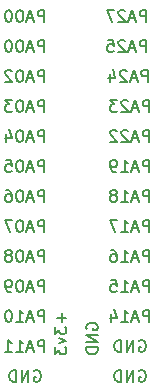
<source format=gbr>
G04 #@! TF.GenerationSoftware,KiCad,Pcbnew,5.0.0-rc3-6a2723a~65~ubuntu18.04.1*
G04 #@! TF.CreationDate,2018-07-16T03:01:28+02:00*
G04 #@! TF.ProjectId,securisam,73656375726973616D2E6B696361645F,rev?*
G04 #@! TF.SameCoordinates,Original*
G04 #@! TF.FileFunction,Legend,Bot*
G04 #@! TF.FilePolarity,Positive*
%FSLAX46Y46*%
G04 Gerber Fmt 4.6, Leading zero omitted, Abs format (unit mm)*
G04 Created by KiCad (PCBNEW 5.0.0-rc3-6a2723a~65~ubuntu18.04.1) date Mon Jul 16 03:01:28 2018*
%MOMM*%
%LPD*%
G01*
G04 APERTURE LIST*
%ADD10C,0.150000*%
G04 APERTURE END LIST*
D10*
X108021428Y-121634571D02*
X108021428Y-122396476D01*
X108402380Y-122015523D02*
X107640476Y-122015523D01*
X107402380Y-122777428D02*
X107402380Y-123396476D01*
X107783333Y-123063142D01*
X107783333Y-123205999D01*
X107830952Y-123301237D01*
X107878571Y-123348857D01*
X107973809Y-123396476D01*
X108211904Y-123396476D01*
X108307142Y-123348857D01*
X108354761Y-123301237D01*
X108402380Y-123205999D01*
X108402380Y-122920285D01*
X108354761Y-122825047D01*
X108307142Y-122777428D01*
X107735714Y-123729809D02*
X108402380Y-123967904D01*
X107735714Y-124205999D01*
X107402380Y-124491714D02*
X107402380Y-125110761D01*
X107783333Y-124777428D01*
X107783333Y-124920285D01*
X107830952Y-125015523D01*
X107878571Y-125063142D01*
X107973809Y-125110761D01*
X108211904Y-125110761D01*
X108307142Y-125063142D01*
X108354761Y-125015523D01*
X108402380Y-124920285D01*
X108402380Y-124634571D01*
X108354761Y-124539333D01*
X108307142Y-124491714D01*
X110117000Y-123015524D02*
X110069380Y-122920286D01*
X110069380Y-122777429D01*
X110117000Y-122634571D01*
X110212238Y-122539333D01*
X110307476Y-122491714D01*
X110497952Y-122444095D01*
X110640809Y-122444095D01*
X110831285Y-122491714D01*
X110926523Y-122539333D01*
X111021761Y-122634571D01*
X111069380Y-122777429D01*
X111069380Y-122872667D01*
X111021761Y-123015524D01*
X110974142Y-123063143D01*
X110640809Y-123063143D01*
X110640809Y-122872667D01*
X111069380Y-123491714D02*
X110069380Y-123491714D01*
X111069380Y-124063143D01*
X110069380Y-124063143D01*
X111069380Y-124539333D02*
X110069380Y-124539333D01*
X110069380Y-124777429D01*
X110117000Y-124920286D01*
X110212238Y-125015524D01*
X110307476Y-125063143D01*
X110497952Y-125110762D01*
X110640809Y-125110762D01*
X110831285Y-125063143D01*
X110926523Y-125015524D01*
X111021761Y-124920286D01*
X111069380Y-124777429D01*
X111069380Y-124539333D01*
X105663904Y-126500000D02*
X105759142Y-126452380D01*
X105902000Y-126452380D01*
X106044857Y-126500000D01*
X106140095Y-126595238D01*
X106187714Y-126690476D01*
X106235333Y-126880952D01*
X106235333Y-127023809D01*
X106187714Y-127214285D01*
X106140095Y-127309523D01*
X106044857Y-127404761D01*
X105902000Y-127452380D01*
X105806761Y-127452380D01*
X105663904Y-127404761D01*
X105616285Y-127357142D01*
X105616285Y-127023809D01*
X105806761Y-127023809D01*
X105187714Y-127452380D02*
X105187714Y-126452380D01*
X104616285Y-127452380D01*
X104616285Y-126452380D01*
X104140095Y-127452380D02*
X104140095Y-126452380D01*
X103902000Y-126452380D01*
X103759142Y-126500000D01*
X103663904Y-126595238D01*
X103616285Y-126690476D01*
X103568666Y-126880952D01*
X103568666Y-127023809D01*
X103616285Y-127214285D01*
X103663904Y-127309523D01*
X103759142Y-127404761D01*
X103902000Y-127452380D01*
X104140095Y-127452380D01*
X106544857Y-124912380D02*
X106544857Y-123912380D01*
X106163904Y-123912380D01*
X106068666Y-123960000D01*
X106021047Y-124007619D01*
X105973428Y-124102857D01*
X105973428Y-124245714D01*
X106021047Y-124340952D01*
X106068666Y-124388571D01*
X106163904Y-124436190D01*
X106544857Y-124436190D01*
X105592476Y-124626666D02*
X105116285Y-124626666D01*
X105687714Y-124912380D02*
X105354380Y-123912380D01*
X105021047Y-124912380D01*
X104163904Y-124912380D02*
X104735333Y-124912380D01*
X104449619Y-124912380D02*
X104449619Y-123912380D01*
X104544857Y-124055238D01*
X104640095Y-124150476D01*
X104735333Y-124198095D01*
X103211523Y-124912380D02*
X103782952Y-124912380D01*
X103497238Y-124912380D02*
X103497238Y-123912380D01*
X103592476Y-124055238D01*
X103687714Y-124150476D01*
X103782952Y-124198095D01*
X106544857Y-122372380D02*
X106544857Y-121372380D01*
X106163904Y-121372380D01*
X106068666Y-121420000D01*
X106021047Y-121467619D01*
X105973428Y-121562857D01*
X105973428Y-121705714D01*
X106021047Y-121800952D01*
X106068666Y-121848571D01*
X106163904Y-121896190D01*
X106544857Y-121896190D01*
X105592476Y-122086666D02*
X105116285Y-122086666D01*
X105687714Y-122372380D02*
X105354380Y-121372380D01*
X105021047Y-122372380D01*
X104163904Y-122372380D02*
X104735333Y-122372380D01*
X104449619Y-122372380D02*
X104449619Y-121372380D01*
X104544857Y-121515238D01*
X104640095Y-121610476D01*
X104735333Y-121658095D01*
X103544857Y-121372380D02*
X103449619Y-121372380D01*
X103354380Y-121420000D01*
X103306761Y-121467619D01*
X103259142Y-121562857D01*
X103211523Y-121753333D01*
X103211523Y-121991428D01*
X103259142Y-122181904D01*
X103306761Y-122277142D01*
X103354380Y-122324761D01*
X103449619Y-122372380D01*
X103544857Y-122372380D01*
X103640095Y-122324761D01*
X103687714Y-122277142D01*
X103735333Y-122181904D01*
X103782952Y-121991428D01*
X103782952Y-121753333D01*
X103735333Y-121562857D01*
X103687714Y-121467619D01*
X103640095Y-121420000D01*
X103544857Y-121372380D01*
X106544857Y-119832380D02*
X106544857Y-118832380D01*
X106163904Y-118832380D01*
X106068666Y-118880000D01*
X106021047Y-118927619D01*
X105973428Y-119022857D01*
X105973428Y-119165714D01*
X106021047Y-119260952D01*
X106068666Y-119308571D01*
X106163904Y-119356190D01*
X106544857Y-119356190D01*
X105592476Y-119546666D02*
X105116285Y-119546666D01*
X105687714Y-119832380D02*
X105354380Y-118832380D01*
X105021047Y-119832380D01*
X104497238Y-118832380D02*
X104402000Y-118832380D01*
X104306761Y-118880000D01*
X104259142Y-118927619D01*
X104211523Y-119022857D01*
X104163904Y-119213333D01*
X104163904Y-119451428D01*
X104211523Y-119641904D01*
X104259142Y-119737142D01*
X104306761Y-119784761D01*
X104402000Y-119832380D01*
X104497238Y-119832380D01*
X104592476Y-119784761D01*
X104640095Y-119737142D01*
X104687714Y-119641904D01*
X104735333Y-119451428D01*
X104735333Y-119213333D01*
X104687714Y-119022857D01*
X104640095Y-118927619D01*
X104592476Y-118880000D01*
X104497238Y-118832380D01*
X103687714Y-119832380D02*
X103497238Y-119832380D01*
X103402000Y-119784761D01*
X103354380Y-119737142D01*
X103259142Y-119594285D01*
X103211523Y-119403809D01*
X103211523Y-119022857D01*
X103259142Y-118927619D01*
X103306761Y-118880000D01*
X103402000Y-118832380D01*
X103592476Y-118832380D01*
X103687714Y-118880000D01*
X103735333Y-118927619D01*
X103782952Y-119022857D01*
X103782952Y-119260952D01*
X103735333Y-119356190D01*
X103687714Y-119403809D01*
X103592476Y-119451428D01*
X103402000Y-119451428D01*
X103306761Y-119403809D01*
X103259142Y-119356190D01*
X103211523Y-119260952D01*
X106544857Y-117292380D02*
X106544857Y-116292380D01*
X106163904Y-116292380D01*
X106068666Y-116340000D01*
X106021047Y-116387619D01*
X105973428Y-116482857D01*
X105973428Y-116625714D01*
X106021047Y-116720952D01*
X106068666Y-116768571D01*
X106163904Y-116816190D01*
X106544857Y-116816190D01*
X105592476Y-117006666D02*
X105116285Y-117006666D01*
X105687714Y-117292380D02*
X105354380Y-116292380D01*
X105021047Y-117292380D01*
X104497238Y-116292380D02*
X104402000Y-116292380D01*
X104306761Y-116340000D01*
X104259142Y-116387619D01*
X104211523Y-116482857D01*
X104163904Y-116673333D01*
X104163904Y-116911428D01*
X104211523Y-117101904D01*
X104259142Y-117197142D01*
X104306761Y-117244761D01*
X104402000Y-117292380D01*
X104497238Y-117292380D01*
X104592476Y-117244761D01*
X104640095Y-117197142D01*
X104687714Y-117101904D01*
X104735333Y-116911428D01*
X104735333Y-116673333D01*
X104687714Y-116482857D01*
X104640095Y-116387619D01*
X104592476Y-116340000D01*
X104497238Y-116292380D01*
X103592476Y-116720952D02*
X103687714Y-116673333D01*
X103735333Y-116625714D01*
X103782952Y-116530476D01*
X103782952Y-116482857D01*
X103735333Y-116387619D01*
X103687714Y-116340000D01*
X103592476Y-116292380D01*
X103402000Y-116292380D01*
X103306761Y-116340000D01*
X103259142Y-116387619D01*
X103211523Y-116482857D01*
X103211523Y-116530476D01*
X103259142Y-116625714D01*
X103306761Y-116673333D01*
X103402000Y-116720952D01*
X103592476Y-116720952D01*
X103687714Y-116768571D01*
X103735333Y-116816190D01*
X103782952Y-116911428D01*
X103782952Y-117101904D01*
X103735333Y-117197142D01*
X103687714Y-117244761D01*
X103592476Y-117292380D01*
X103402000Y-117292380D01*
X103306761Y-117244761D01*
X103259142Y-117197142D01*
X103211523Y-117101904D01*
X103211523Y-116911428D01*
X103259142Y-116816190D01*
X103306761Y-116768571D01*
X103402000Y-116720952D01*
X106544857Y-114752380D02*
X106544857Y-113752380D01*
X106163904Y-113752380D01*
X106068666Y-113800000D01*
X106021047Y-113847619D01*
X105973428Y-113942857D01*
X105973428Y-114085714D01*
X106021047Y-114180952D01*
X106068666Y-114228571D01*
X106163904Y-114276190D01*
X106544857Y-114276190D01*
X105592476Y-114466666D02*
X105116285Y-114466666D01*
X105687714Y-114752380D02*
X105354380Y-113752380D01*
X105021047Y-114752380D01*
X104497238Y-113752380D02*
X104402000Y-113752380D01*
X104306761Y-113800000D01*
X104259142Y-113847619D01*
X104211523Y-113942857D01*
X104163904Y-114133333D01*
X104163904Y-114371428D01*
X104211523Y-114561904D01*
X104259142Y-114657142D01*
X104306761Y-114704761D01*
X104402000Y-114752380D01*
X104497238Y-114752380D01*
X104592476Y-114704761D01*
X104640095Y-114657142D01*
X104687714Y-114561904D01*
X104735333Y-114371428D01*
X104735333Y-114133333D01*
X104687714Y-113942857D01*
X104640095Y-113847619D01*
X104592476Y-113800000D01*
X104497238Y-113752380D01*
X103830571Y-113752380D02*
X103163904Y-113752380D01*
X103592476Y-114752380D01*
X106544857Y-112212380D02*
X106544857Y-111212380D01*
X106163904Y-111212380D01*
X106068666Y-111260000D01*
X106021047Y-111307619D01*
X105973428Y-111402857D01*
X105973428Y-111545714D01*
X106021047Y-111640952D01*
X106068666Y-111688571D01*
X106163904Y-111736190D01*
X106544857Y-111736190D01*
X105592476Y-111926666D02*
X105116285Y-111926666D01*
X105687714Y-112212380D02*
X105354380Y-111212380D01*
X105021047Y-112212380D01*
X104497238Y-111212380D02*
X104402000Y-111212380D01*
X104306761Y-111260000D01*
X104259142Y-111307619D01*
X104211523Y-111402857D01*
X104163904Y-111593333D01*
X104163904Y-111831428D01*
X104211523Y-112021904D01*
X104259142Y-112117142D01*
X104306761Y-112164761D01*
X104402000Y-112212380D01*
X104497238Y-112212380D01*
X104592476Y-112164761D01*
X104640095Y-112117142D01*
X104687714Y-112021904D01*
X104735333Y-111831428D01*
X104735333Y-111593333D01*
X104687714Y-111402857D01*
X104640095Y-111307619D01*
X104592476Y-111260000D01*
X104497238Y-111212380D01*
X103306761Y-111212380D02*
X103497238Y-111212380D01*
X103592476Y-111260000D01*
X103640095Y-111307619D01*
X103735333Y-111450476D01*
X103782952Y-111640952D01*
X103782952Y-112021904D01*
X103735333Y-112117142D01*
X103687714Y-112164761D01*
X103592476Y-112212380D01*
X103402000Y-112212380D01*
X103306761Y-112164761D01*
X103259142Y-112117142D01*
X103211523Y-112021904D01*
X103211523Y-111783809D01*
X103259142Y-111688571D01*
X103306761Y-111640952D01*
X103402000Y-111593333D01*
X103592476Y-111593333D01*
X103687714Y-111640952D01*
X103735333Y-111688571D01*
X103782952Y-111783809D01*
X106544857Y-109672380D02*
X106544857Y-108672380D01*
X106163904Y-108672380D01*
X106068666Y-108720000D01*
X106021047Y-108767619D01*
X105973428Y-108862857D01*
X105973428Y-109005714D01*
X106021047Y-109100952D01*
X106068666Y-109148571D01*
X106163904Y-109196190D01*
X106544857Y-109196190D01*
X105592476Y-109386666D02*
X105116285Y-109386666D01*
X105687714Y-109672380D02*
X105354380Y-108672380D01*
X105021047Y-109672380D01*
X104497238Y-108672380D02*
X104402000Y-108672380D01*
X104306761Y-108720000D01*
X104259142Y-108767619D01*
X104211523Y-108862857D01*
X104163904Y-109053333D01*
X104163904Y-109291428D01*
X104211523Y-109481904D01*
X104259142Y-109577142D01*
X104306761Y-109624761D01*
X104402000Y-109672380D01*
X104497238Y-109672380D01*
X104592476Y-109624761D01*
X104640095Y-109577142D01*
X104687714Y-109481904D01*
X104735333Y-109291428D01*
X104735333Y-109053333D01*
X104687714Y-108862857D01*
X104640095Y-108767619D01*
X104592476Y-108720000D01*
X104497238Y-108672380D01*
X103259142Y-108672380D02*
X103735333Y-108672380D01*
X103782952Y-109148571D01*
X103735333Y-109100952D01*
X103640095Y-109053333D01*
X103402000Y-109053333D01*
X103306761Y-109100952D01*
X103259142Y-109148571D01*
X103211523Y-109243809D01*
X103211523Y-109481904D01*
X103259142Y-109577142D01*
X103306761Y-109624761D01*
X103402000Y-109672380D01*
X103640095Y-109672380D01*
X103735333Y-109624761D01*
X103782952Y-109577142D01*
X106544857Y-107132380D02*
X106544857Y-106132380D01*
X106163904Y-106132380D01*
X106068666Y-106180000D01*
X106021047Y-106227619D01*
X105973428Y-106322857D01*
X105973428Y-106465714D01*
X106021047Y-106560952D01*
X106068666Y-106608571D01*
X106163904Y-106656190D01*
X106544857Y-106656190D01*
X105592476Y-106846666D02*
X105116285Y-106846666D01*
X105687714Y-107132380D02*
X105354380Y-106132380D01*
X105021047Y-107132380D01*
X104497238Y-106132380D02*
X104402000Y-106132380D01*
X104306761Y-106180000D01*
X104259142Y-106227619D01*
X104211523Y-106322857D01*
X104163904Y-106513333D01*
X104163904Y-106751428D01*
X104211523Y-106941904D01*
X104259142Y-107037142D01*
X104306761Y-107084761D01*
X104402000Y-107132380D01*
X104497238Y-107132380D01*
X104592476Y-107084761D01*
X104640095Y-107037142D01*
X104687714Y-106941904D01*
X104735333Y-106751428D01*
X104735333Y-106513333D01*
X104687714Y-106322857D01*
X104640095Y-106227619D01*
X104592476Y-106180000D01*
X104497238Y-106132380D01*
X103306761Y-106465714D02*
X103306761Y-107132380D01*
X103544857Y-106084761D02*
X103782952Y-106799047D01*
X103163904Y-106799047D01*
X106544857Y-104592380D02*
X106544857Y-103592380D01*
X106163904Y-103592380D01*
X106068666Y-103640000D01*
X106021047Y-103687619D01*
X105973428Y-103782857D01*
X105973428Y-103925714D01*
X106021047Y-104020952D01*
X106068666Y-104068571D01*
X106163904Y-104116190D01*
X106544857Y-104116190D01*
X105592476Y-104306666D02*
X105116285Y-104306666D01*
X105687714Y-104592380D02*
X105354380Y-103592380D01*
X105021047Y-104592380D01*
X104497238Y-103592380D02*
X104402000Y-103592380D01*
X104306761Y-103640000D01*
X104259142Y-103687619D01*
X104211523Y-103782857D01*
X104163904Y-103973333D01*
X104163904Y-104211428D01*
X104211523Y-104401904D01*
X104259142Y-104497142D01*
X104306761Y-104544761D01*
X104402000Y-104592380D01*
X104497238Y-104592380D01*
X104592476Y-104544761D01*
X104640095Y-104497142D01*
X104687714Y-104401904D01*
X104735333Y-104211428D01*
X104735333Y-103973333D01*
X104687714Y-103782857D01*
X104640095Y-103687619D01*
X104592476Y-103640000D01*
X104497238Y-103592380D01*
X103830571Y-103592380D02*
X103211523Y-103592380D01*
X103544857Y-103973333D01*
X103402000Y-103973333D01*
X103306761Y-104020952D01*
X103259142Y-104068571D01*
X103211523Y-104163809D01*
X103211523Y-104401904D01*
X103259142Y-104497142D01*
X103306761Y-104544761D01*
X103402000Y-104592380D01*
X103687714Y-104592380D01*
X103782952Y-104544761D01*
X103830571Y-104497142D01*
X106544857Y-102052380D02*
X106544857Y-101052380D01*
X106163904Y-101052380D01*
X106068666Y-101100000D01*
X106021047Y-101147619D01*
X105973428Y-101242857D01*
X105973428Y-101385714D01*
X106021047Y-101480952D01*
X106068666Y-101528571D01*
X106163904Y-101576190D01*
X106544857Y-101576190D01*
X105592476Y-101766666D02*
X105116285Y-101766666D01*
X105687714Y-102052380D02*
X105354380Y-101052380D01*
X105021047Y-102052380D01*
X104497238Y-101052380D02*
X104402000Y-101052380D01*
X104306761Y-101100000D01*
X104259142Y-101147619D01*
X104211523Y-101242857D01*
X104163904Y-101433333D01*
X104163904Y-101671428D01*
X104211523Y-101861904D01*
X104259142Y-101957142D01*
X104306761Y-102004761D01*
X104402000Y-102052380D01*
X104497238Y-102052380D01*
X104592476Y-102004761D01*
X104640095Y-101957142D01*
X104687714Y-101861904D01*
X104735333Y-101671428D01*
X104735333Y-101433333D01*
X104687714Y-101242857D01*
X104640095Y-101147619D01*
X104592476Y-101100000D01*
X104497238Y-101052380D01*
X103782952Y-101147619D02*
X103735333Y-101100000D01*
X103640095Y-101052380D01*
X103402000Y-101052380D01*
X103306761Y-101100000D01*
X103259142Y-101147619D01*
X103211523Y-101242857D01*
X103211523Y-101338095D01*
X103259142Y-101480952D01*
X103830571Y-102052380D01*
X103211523Y-102052380D01*
X106544857Y-99512380D02*
X106544857Y-98512380D01*
X106163904Y-98512380D01*
X106068666Y-98560000D01*
X106021047Y-98607619D01*
X105973428Y-98702857D01*
X105973428Y-98845714D01*
X106021047Y-98940952D01*
X106068666Y-98988571D01*
X106163904Y-99036190D01*
X106544857Y-99036190D01*
X105592476Y-99226666D02*
X105116285Y-99226666D01*
X105687714Y-99512380D02*
X105354380Y-98512380D01*
X105021047Y-99512380D01*
X104497238Y-98512380D02*
X104402000Y-98512380D01*
X104306761Y-98560000D01*
X104259142Y-98607619D01*
X104211523Y-98702857D01*
X104163904Y-98893333D01*
X104163904Y-99131428D01*
X104211523Y-99321904D01*
X104259142Y-99417142D01*
X104306761Y-99464761D01*
X104402000Y-99512380D01*
X104497238Y-99512380D01*
X104592476Y-99464761D01*
X104640095Y-99417142D01*
X104687714Y-99321904D01*
X104735333Y-99131428D01*
X104735333Y-98893333D01*
X104687714Y-98702857D01*
X104640095Y-98607619D01*
X104592476Y-98560000D01*
X104497238Y-98512380D01*
X103544857Y-98512380D02*
X103449619Y-98512380D01*
X103354380Y-98560000D01*
X103306761Y-98607619D01*
X103259142Y-98702857D01*
X103211523Y-98893333D01*
X103211523Y-99131428D01*
X103259142Y-99321904D01*
X103306761Y-99417142D01*
X103354380Y-99464761D01*
X103449619Y-99512380D01*
X103544857Y-99512380D01*
X103640095Y-99464761D01*
X103687714Y-99417142D01*
X103735333Y-99321904D01*
X103782952Y-99131428D01*
X103782952Y-98893333D01*
X103735333Y-98702857D01*
X103687714Y-98607619D01*
X103640095Y-98560000D01*
X103544857Y-98512380D01*
X106544857Y-96972380D02*
X106544857Y-95972380D01*
X106163904Y-95972380D01*
X106068666Y-96020000D01*
X106021047Y-96067619D01*
X105973428Y-96162857D01*
X105973428Y-96305714D01*
X106021047Y-96400952D01*
X106068666Y-96448571D01*
X106163904Y-96496190D01*
X106544857Y-96496190D01*
X105592476Y-96686666D02*
X105116285Y-96686666D01*
X105687714Y-96972380D02*
X105354380Y-95972380D01*
X105021047Y-96972380D01*
X104497238Y-95972380D02*
X104402000Y-95972380D01*
X104306761Y-96020000D01*
X104259142Y-96067619D01*
X104211523Y-96162857D01*
X104163904Y-96353333D01*
X104163904Y-96591428D01*
X104211523Y-96781904D01*
X104259142Y-96877142D01*
X104306761Y-96924761D01*
X104402000Y-96972380D01*
X104497238Y-96972380D01*
X104592476Y-96924761D01*
X104640095Y-96877142D01*
X104687714Y-96781904D01*
X104735333Y-96591428D01*
X104735333Y-96353333D01*
X104687714Y-96162857D01*
X104640095Y-96067619D01*
X104592476Y-96020000D01*
X104497238Y-95972380D01*
X103544857Y-95972380D02*
X103449619Y-95972380D01*
X103354380Y-96020000D01*
X103306761Y-96067619D01*
X103259142Y-96162857D01*
X103211523Y-96353333D01*
X103211523Y-96591428D01*
X103259142Y-96781904D01*
X103306761Y-96877142D01*
X103354380Y-96924761D01*
X103449619Y-96972380D01*
X103544857Y-96972380D01*
X103640095Y-96924761D01*
X103687714Y-96877142D01*
X103735333Y-96781904D01*
X103782952Y-96591428D01*
X103782952Y-96353333D01*
X103735333Y-96162857D01*
X103687714Y-96067619D01*
X103640095Y-96020000D01*
X103544857Y-95972380D01*
X114553904Y-126500000D02*
X114649142Y-126452380D01*
X114792000Y-126452380D01*
X114934857Y-126500000D01*
X115030095Y-126595238D01*
X115077714Y-126690476D01*
X115125333Y-126880952D01*
X115125333Y-127023809D01*
X115077714Y-127214285D01*
X115030095Y-127309523D01*
X114934857Y-127404761D01*
X114792000Y-127452380D01*
X114696761Y-127452380D01*
X114553904Y-127404761D01*
X114506285Y-127357142D01*
X114506285Y-127023809D01*
X114696761Y-127023809D01*
X114077714Y-127452380D02*
X114077714Y-126452380D01*
X113506285Y-127452380D01*
X113506285Y-126452380D01*
X113030095Y-127452380D02*
X113030095Y-126452380D01*
X112792000Y-126452380D01*
X112649142Y-126500000D01*
X112553904Y-126595238D01*
X112506285Y-126690476D01*
X112458666Y-126880952D01*
X112458666Y-127023809D01*
X112506285Y-127214285D01*
X112553904Y-127309523D01*
X112649142Y-127404761D01*
X112792000Y-127452380D01*
X113030095Y-127452380D01*
X114553904Y-123960000D02*
X114649142Y-123912380D01*
X114792000Y-123912380D01*
X114934857Y-123960000D01*
X115030095Y-124055238D01*
X115077714Y-124150476D01*
X115125333Y-124340952D01*
X115125333Y-124483809D01*
X115077714Y-124674285D01*
X115030095Y-124769523D01*
X114934857Y-124864761D01*
X114792000Y-124912380D01*
X114696761Y-124912380D01*
X114553904Y-124864761D01*
X114506285Y-124817142D01*
X114506285Y-124483809D01*
X114696761Y-124483809D01*
X114077714Y-124912380D02*
X114077714Y-123912380D01*
X113506285Y-124912380D01*
X113506285Y-123912380D01*
X113030095Y-124912380D02*
X113030095Y-123912380D01*
X112792000Y-123912380D01*
X112649142Y-123960000D01*
X112553904Y-124055238D01*
X112506285Y-124150476D01*
X112458666Y-124340952D01*
X112458666Y-124483809D01*
X112506285Y-124674285D01*
X112553904Y-124769523D01*
X112649142Y-124864761D01*
X112792000Y-124912380D01*
X113030095Y-124912380D01*
X115434857Y-122372380D02*
X115434857Y-121372380D01*
X115053904Y-121372380D01*
X114958666Y-121420000D01*
X114911047Y-121467619D01*
X114863428Y-121562857D01*
X114863428Y-121705714D01*
X114911047Y-121800952D01*
X114958666Y-121848571D01*
X115053904Y-121896190D01*
X115434857Y-121896190D01*
X114482476Y-122086666D02*
X114006285Y-122086666D01*
X114577714Y-122372380D02*
X114244380Y-121372380D01*
X113911047Y-122372380D01*
X113053904Y-122372380D02*
X113625333Y-122372380D01*
X113339619Y-122372380D02*
X113339619Y-121372380D01*
X113434857Y-121515238D01*
X113530095Y-121610476D01*
X113625333Y-121658095D01*
X112196761Y-121705714D02*
X112196761Y-122372380D01*
X112434857Y-121324761D02*
X112672952Y-122039047D01*
X112053904Y-122039047D01*
X115434857Y-119832380D02*
X115434857Y-118832380D01*
X115053904Y-118832380D01*
X114958666Y-118880000D01*
X114911047Y-118927619D01*
X114863428Y-119022857D01*
X114863428Y-119165714D01*
X114911047Y-119260952D01*
X114958666Y-119308571D01*
X115053904Y-119356190D01*
X115434857Y-119356190D01*
X114482476Y-119546666D02*
X114006285Y-119546666D01*
X114577714Y-119832380D02*
X114244380Y-118832380D01*
X113911047Y-119832380D01*
X113053904Y-119832380D02*
X113625333Y-119832380D01*
X113339619Y-119832380D02*
X113339619Y-118832380D01*
X113434857Y-118975238D01*
X113530095Y-119070476D01*
X113625333Y-119118095D01*
X112149142Y-118832380D02*
X112625333Y-118832380D01*
X112672952Y-119308571D01*
X112625333Y-119260952D01*
X112530095Y-119213333D01*
X112292000Y-119213333D01*
X112196761Y-119260952D01*
X112149142Y-119308571D01*
X112101523Y-119403809D01*
X112101523Y-119641904D01*
X112149142Y-119737142D01*
X112196761Y-119784761D01*
X112292000Y-119832380D01*
X112530095Y-119832380D01*
X112625333Y-119784761D01*
X112672952Y-119737142D01*
X115434857Y-117292380D02*
X115434857Y-116292380D01*
X115053904Y-116292380D01*
X114958666Y-116340000D01*
X114911047Y-116387619D01*
X114863428Y-116482857D01*
X114863428Y-116625714D01*
X114911047Y-116720952D01*
X114958666Y-116768571D01*
X115053904Y-116816190D01*
X115434857Y-116816190D01*
X114482476Y-117006666D02*
X114006285Y-117006666D01*
X114577714Y-117292380D02*
X114244380Y-116292380D01*
X113911047Y-117292380D01*
X113053904Y-117292380D02*
X113625333Y-117292380D01*
X113339619Y-117292380D02*
X113339619Y-116292380D01*
X113434857Y-116435238D01*
X113530095Y-116530476D01*
X113625333Y-116578095D01*
X112196761Y-116292380D02*
X112387238Y-116292380D01*
X112482476Y-116340000D01*
X112530095Y-116387619D01*
X112625333Y-116530476D01*
X112672952Y-116720952D01*
X112672952Y-117101904D01*
X112625333Y-117197142D01*
X112577714Y-117244761D01*
X112482476Y-117292380D01*
X112292000Y-117292380D01*
X112196761Y-117244761D01*
X112149142Y-117197142D01*
X112101523Y-117101904D01*
X112101523Y-116863809D01*
X112149142Y-116768571D01*
X112196761Y-116720952D01*
X112292000Y-116673333D01*
X112482476Y-116673333D01*
X112577714Y-116720952D01*
X112625333Y-116768571D01*
X112672952Y-116863809D01*
X115434857Y-114752380D02*
X115434857Y-113752380D01*
X115053904Y-113752380D01*
X114958666Y-113800000D01*
X114911047Y-113847619D01*
X114863428Y-113942857D01*
X114863428Y-114085714D01*
X114911047Y-114180952D01*
X114958666Y-114228571D01*
X115053904Y-114276190D01*
X115434857Y-114276190D01*
X114482476Y-114466666D02*
X114006285Y-114466666D01*
X114577714Y-114752380D02*
X114244380Y-113752380D01*
X113911047Y-114752380D01*
X113053904Y-114752380D02*
X113625333Y-114752380D01*
X113339619Y-114752380D02*
X113339619Y-113752380D01*
X113434857Y-113895238D01*
X113530095Y-113990476D01*
X113625333Y-114038095D01*
X112720571Y-113752380D02*
X112053904Y-113752380D01*
X112482476Y-114752380D01*
X115434857Y-112212380D02*
X115434857Y-111212380D01*
X115053904Y-111212380D01*
X114958666Y-111260000D01*
X114911047Y-111307619D01*
X114863428Y-111402857D01*
X114863428Y-111545714D01*
X114911047Y-111640952D01*
X114958666Y-111688571D01*
X115053904Y-111736190D01*
X115434857Y-111736190D01*
X114482476Y-111926666D02*
X114006285Y-111926666D01*
X114577714Y-112212380D02*
X114244380Y-111212380D01*
X113911047Y-112212380D01*
X113053904Y-112212380D02*
X113625333Y-112212380D01*
X113339619Y-112212380D02*
X113339619Y-111212380D01*
X113434857Y-111355238D01*
X113530095Y-111450476D01*
X113625333Y-111498095D01*
X112482476Y-111640952D02*
X112577714Y-111593333D01*
X112625333Y-111545714D01*
X112672952Y-111450476D01*
X112672952Y-111402857D01*
X112625333Y-111307619D01*
X112577714Y-111260000D01*
X112482476Y-111212380D01*
X112292000Y-111212380D01*
X112196761Y-111260000D01*
X112149142Y-111307619D01*
X112101523Y-111402857D01*
X112101523Y-111450476D01*
X112149142Y-111545714D01*
X112196761Y-111593333D01*
X112292000Y-111640952D01*
X112482476Y-111640952D01*
X112577714Y-111688571D01*
X112625333Y-111736190D01*
X112672952Y-111831428D01*
X112672952Y-112021904D01*
X112625333Y-112117142D01*
X112577714Y-112164761D01*
X112482476Y-112212380D01*
X112292000Y-112212380D01*
X112196761Y-112164761D01*
X112149142Y-112117142D01*
X112101523Y-112021904D01*
X112101523Y-111831428D01*
X112149142Y-111736190D01*
X112196761Y-111688571D01*
X112292000Y-111640952D01*
X115434857Y-109672380D02*
X115434857Y-108672380D01*
X115053904Y-108672380D01*
X114958666Y-108720000D01*
X114911047Y-108767619D01*
X114863428Y-108862857D01*
X114863428Y-109005714D01*
X114911047Y-109100952D01*
X114958666Y-109148571D01*
X115053904Y-109196190D01*
X115434857Y-109196190D01*
X114482476Y-109386666D02*
X114006285Y-109386666D01*
X114577714Y-109672380D02*
X114244380Y-108672380D01*
X113911047Y-109672380D01*
X113053904Y-109672380D02*
X113625333Y-109672380D01*
X113339619Y-109672380D02*
X113339619Y-108672380D01*
X113434857Y-108815238D01*
X113530095Y-108910476D01*
X113625333Y-108958095D01*
X112577714Y-109672380D02*
X112387238Y-109672380D01*
X112292000Y-109624761D01*
X112244380Y-109577142D01*
X112149142Y-109434285D01*
X112101523Y-109243809D01*
X112101523Y-108862857D01*
X112149142Y-108767619D01*
X112196761Y-108720000D01*
X112292000Y-108672380D01*
X112482476Y-108672380D01*
X112577714Y-108720000D01*
X112625333Y-108767619D01*
X112672952Y-108862857D01*
X112672952Y-109100952D01*
X112625333Y-109196190D01*
X112577714Y-109243809D01*
X112482476Y-109291428D01*
X112292000Y-109291428D01*
X112196761Y-109243809D01*
X112149142Y-109196190D01*
X112101523Y-109100952D01*
X115434857Y-107132380D02*
X115434857Y-106132380D01*
X115053904Y-106132380D01*
X114958666Y-106180000D01*
X114911047Y-106227619D01*
X114863428Y-106322857D01*
X114863428Y-106465714D01*
X114911047Y-106560952D01*
X114958666Y-106608571D01*
X115053904Y-106656190D01*
X115434857Y-106656190D01*
X114482476Y-106846666D02*
X114006285Y-106846666D01*
X114577714Y-107132380D02*
X114244380Y-106132380D01*
X113911047Y-107132380D01*
X113625333Y-106227619D02*
X113577714Y-106180000D01*
X113482476Y-106132380D01*
X113244380Y-106132380D01*
X113149142Y-106180000D01*
X113101523Y-106227619D01*
X113053904Y-106322857D01*
X113053904Y-106418095D01*
X113101523Y-106560952D01*
X113672952Y-107132380D01*
X113053904Y-107132380D01*
X112672952Y-106227619D02*
X112625333Y-106180000D01*
X112530095Y-106132380D01*
X112292000Y-106132380D01*
X112196761Y-106180000D01*
X112149142Y-106227619D01*
X112101523Y-106322857D01*
X112101523Y-106418095D01*
X112149142Y-106560952D01*
X112720571Y-107132380D01*
X112101523Y-107132380D01*
X115434857Y-104592380D02*
X115434857Y-103592380D01*
X115053904Y-103592380D01*
X114958666Y-103640000D01*
X114911047Y-103687619D01*
X114863428Y-103782857D01*
X114863428Y-103925714D01*
X114911047Y-104020952D01*
X114958666Y-104068571D01*
X115053904Y-104116190D01*
X115434857Y-104116190D01*
X114482476Y-104306666D02*
X114006285Y-104306666D01*
X114577714Y-104592380D02*
X114244380Y-103592380D01*
X113911047Y-104592380D01*
X113625333Y-103687619D02*
X113577714Y-103640000D01*
X113482476Y-103592380D01*
X113244380Y-103592380D01*
X113149142Y-103640000D01*
X113101523Y-103687619D01*
X113053904Y-103782857D01*
X113053904Y-103878095D01*
X113101523Y-104020952D01*
X113672952Y-104592380D01*
X113053904Y-104592380D01*
X112720571Y-103592380D02*
X112101523Y-103592380D01*
X112434857Y-103973333D01*
X112292000Y-103973333D01*
X112196761Y-104020952D01*
X112149142Y-104068571D01*
X112101523Y-104163809D01*
X112101523Y-104401904D01*
X112149142Y-104497142D01*
X112196761Y-104544761D01*
X112292000Y-104592380D01*
X112577714Y-104592380D01*
X112672952Y-104544761D01*
X112720571Y-104497142D01*
X115307857Y-102052380D02*
X115307857Y-101052380D01*
X114926904Y-101052380D01*
X114831666Y-101100000D01*
X114784047Y-101147619D01*
X114736428Y-101242857D01*
X114736428Y-101385714D01*
X114784047Y-101480952D01*
X114831666Y-101528571D01*
X114926904Y-101576190D01*
X115307857Y-101576190D01*
X114355476Y-101766666D02*
X113879285Y-101766666D01*
X114450714Y-102052380D02*
X114117380Y-101052380D01*
X113784047Y-102052380D01*
X113498333Y-101147619D02*
X113450714Y-101100000D01*
X113355476Y-101052380D01*
X113117380Y-101052380D01*
X113022142Y-101100000D01*
X112974523Y-101147619D01*
X112926904Y-101242857D01*
X112926904Y-101338095D01*
X112974523Y-101480952D01*
X113545952Y-102052380D01*
X112926904Y-102052380D01*
X112069761Y-101385714D02*
X112069761Y-102052380D01*
X112307857Y-101004761D02*
X112545952Y-101719047D01*
X111926904Y-101719047D01*
X115180857Y-99512380D02*
X115180857Y-98512380D01*
X114799904Y-98512380D01*
X114704666Y-98560000D01*
X114657047Y-98607619D01*
X114609428Y-98702857D01*
X114609428Y-98845714D01*
X114657047Y-98940952D01*
X114704666Y-98988571D01*
X114799904Y-99036190D01*
X115180857Y-99036190D01*
X114228476Y-99226666D02*
X113752285Y-99226666D01*
X114323714Y-99512380D02*
X113990380Y-98512380D01*
X113657047Y-99512380D01*
X113371333Y-98607619D02*
X113323714Y-98560000D01*
X113228476Y-98512380D01*
X112990380Y-98512380D01*
X112895142Y-98560000D01*
X112847523Y-98607619D01*
X112799904Y-98702857D01*
X112799904Y-98798095D01*
X112847523Y-98940952D01*
X113418952Y-99512380D01*
X112799904Y-99512380D01*
X111895142Y-98512380D02*
X112371333Y-98512380D01*
X112418952Y-98988571D01*
X112371333Y-98940952D01*
X112276095Y-98893333D01*
X112038000Y-98893333D01*
X111942761Y-98940952D01*
X111895142Y-98988571D01*
X111847523Y-99083809D01*
X111847523Y-99321904D01*
X111895142Y-99417142D01*
X111942761Y-99464761D01*
X112038000Y-99512380D01*
X112276095Y-99512380D01*
X112371333Y-99464761D01*
X112418952Y-99417142D01*
X115180857Y-96972380D02*
X115180857Y-95972380D01*
X114799904Y-95972380D01*
X114704666Y-96020000D01*
X114657047Y-96067619D01*
X114609428Y-96162857D01*
X114609428Y-96305714D01*
X114657047Y-96400952D01*
X114704666Y-96448571D01*
X114799904Y-96496190D01*
X115180857Y-96496190D01*
X114228476Y-96686666D02*
X113752285Y-96686666D01*
X114323714Y-96972380D02*
X113990380Y-95972380D01*
X113657047Y-96972380D01*
X113371333Y-96067619D02*
X113323714Y-96020000D01*
X113228476Y-95972380D01*
X112990380Y-95972380D01*
X112895142Y-96020000D01*
X112847523Y-96067619D01*
X112799904Y-96162857D01*
X112799904Y-96258095D01*
X112847523Y-96400952D01*
X113418952Y-96972380D01*
X112799904Y-96972380D01*
X112466571Y-95972380D02*
X111799904Y-95972380D01*
X112228476Y-96972380D01*
M02*

</source>
